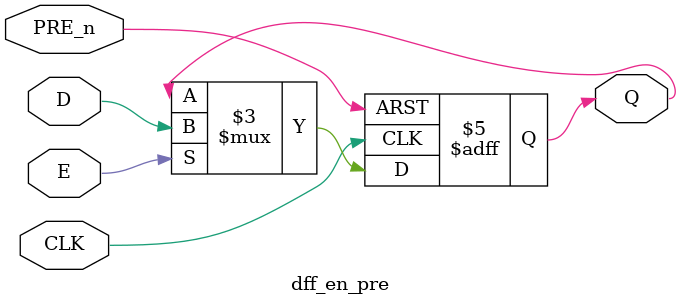
<source format=v>
module dff_en_pre (
    input  CLK, E, PRE_n, D,
    output reg Q
);
    
    always @ (posedge CLK or negedge PRE_n) begin
        if (~PRE_n) begin
            Q <= 1'b1;
        end else if (E) begin
            Q <= D;
        end
    end
endmodule

</source>
